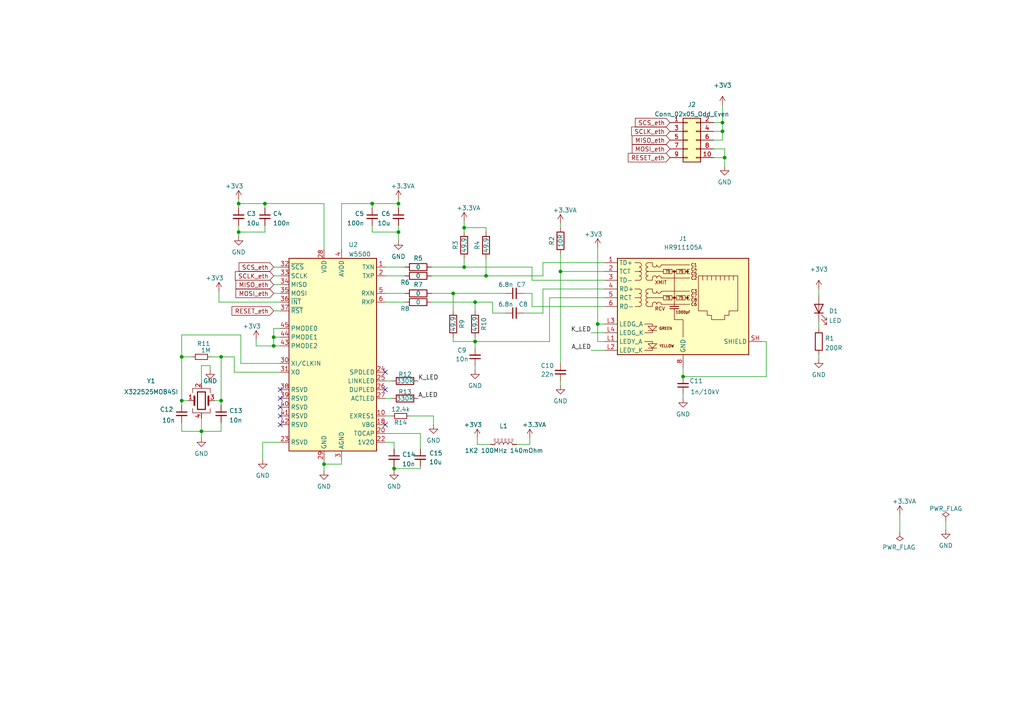
<source format=kicad_sch>
(kicad_sch (version 20211123) (generator eeschema)
  (paper "A4")
  (lib_symbols
    (symbol "Connector:RJ45_Bel_SI-60062-F"
      (property "Reference" "J" (at 19.05 15.24 0))
      (property "Value" "RJ45_Bel_SI-60062-F" (at -19.05 15.24 0))
      (symbol "RJ45_Bel_SI-60062-F_0_0"
        (circle (center -2.54 2.54) (radius 0.254) (stroke (width 0.254)) (fill (type outline)))
        (circle (center -2.54 10.16) (radius 0.254) (stroke (width 0.254)) (fill (type outline)))
        (polyline (pts (xy -7.62 -12.065) (xy -10.16 -12.065)))
        (polyline (pts (xy -7.62 -6.985) (xy -10.16 -6.985)))
        (polyline (pts (xy -2.54 10.16) (xy -2.54 0)))
        (polyline (pts (xy -1.27 -0.635) (xy -3.81 -0.635)) (stroke (width 0.254)))
        (polyline (pts (xy -1.27 0) (xy -3.81 0)) (stroke (width 0.254)))
        (polyline (pts (xy 1.27 2.54) (xy 0.635 2.54)))
        (polyline (pts (xy 1.27 10.16) (xy 0.635 10.16)))
        (polyline (pts (xy -11.176 -12.7) (xy -8.89 -12.7) (xy -8.89 -12.065)))
        (polyline (pts (xy -11.176 -10.16) (xy -8.89 -10.16) (xy -8.89 -10.795)))
        (polyline (pts (xy -11.176 -5.08) (xy -8.89 -5.08) (xy -8.89 -5.715)))
        (polyline (pts (xy -8.89 -6.985) (xy -8.89 -7.62) (xy -11.176 -7.62)))
        (polyline (pts (xy -10.16 -5.715) (xy -7.62 -5.715) (xy -8.89 -6.985) (xy -10.16 -5.715)))
        (polyline (pts (xy -7.62 -10.795) (xy -10.16 -10.795) (xy -8.89 -12.065) (xy -7.62 -10.795)))
        (polyline (pts (xy -2.54 -0.635) (xy -2.54 -3.81) (xy 0 -3.81) (xy 0 -8.89)))
        (polyline (pts (xy 1.905 3.175) (xy 1.27 3.175) (xy 1.27 1.905) (xy 1.905 1.905)))
        (polyline (pts (xy 1.905 10.795) (xy 1.27 10.795) (xy 1.27 9.525) (xy 1.905 9.525)))
        (circle (center 1.27 2.54) (radius 0.254) (stroke (width 0.254)) (fill (type outline)))
        (circle (center 1.27 10.16) (radius 0.254) (stroke (width 0.254)) (fill (type outline)))
        (text "1000pF" (at 0 -1.651 0) (effects (font (size 0.762 0.762))))
        (text "75" (at -4.445 2.54 0) (effects (font (size 0.762 0.762))))
        (text "75" (at -4.445 10.16 0) (effects (font (size 0.762 0.762))))
        (text "75" (at -0.635 2.54 0) (effects (font (size 0.762 0.762))))
        (text "75" (at -0.635 10.16 0) (effects (font (size 0.762 0.762))))
        (text "C1" (at 3.175 12.065 0) (effects (font (size 0.889 0.889))))
        (text "C2" (at 3.175 8.255 0) (effects (font (size 0.889 0.889))))
        (text "C3" (at 3.175 4.445 0) (effects (font (size 0.889 0.889))))
        (text "C4" (at 3.175 10.795 0) (effects (font (size 0.889 0.889))))
        (text "C5" (at 3.175 9.525 0) (effects (font (size 0.889 0.889))))
        (text "C6" (at 3.175 0.635 0) (effects (font (size 0.889 0.889))))
        (text "C7" (at 3.175 3.175 0) (effects (font (size 0.889 0.889))))
        (text "C8" (at 3.175 1.905 0) (effects (font (size 0.889 0.889))))
        (text "GREEN" (at -6.985 -6.35 0) (effects (font (size 0.762 0.762)) (justify left)))
        (text "RCV" (at -8.255 -0.635 0) (effects (font (size 1.016 1.016)) (justify left)))
        (text "XMIT" (at -8.255 6.985 0) (effects (font (size 1.016 1.016)) (justify left)))
        (text "YELLOW" (at -6.985 -11.43 0) (effects (font (size 0.762 0.762)) (justify left)))
      )
      (symbol "RJ45_Bel_SI-60062-F_0_1"
        (rectangle (start -19.05 -13.97) (end 19.05 13.97) (stroke (width 0.254)) (fill (type background)))
        (arc (start -12.7 0) (mid -12.065 0.635) (end -12.7 1.27))
        (arc (start -12.7 1.27) (mid -12.065 1.905) (end -12.7 2.54))
        (arc (start -12.7 2.54) (mid -12.065 3.175) (end -12.7 3.81))
        (arc (start -12.7 3.81) (mid -12.065 4.445) (end -12.7 5.08))
        (arc (start -12.7 7.62) (mid -12.065 8.255) (end -12.7 8.89))
        (arc (start -12.7 8.89) (mid -12.065 9.525) (end -12.7 10.16))
        (arc (start -12.7 10.16) (mid -12.065 10.795) (end -12.7 11.43))
        (arc (start -12.7 11.43) (mid -12.065 12.065) (end -12.7 12.7))
        (arc (start -10.16 1.27) (mid -10.795 0.635) (end -10.16 0))
        (arc (start -10.16 2.54) (mid -10.795 1.905) (end -10.16 1.27))
        (arc (start -10.16 3.81) (mid -10.795 3.175) (end -10.16 2.54))
        (arc (start -10.16 5.08) (mid -10.795 4.445) (end -10.16 3.81))
        (arc (start -10.16 8.89) (mid -10.795 8.255) (end -10.16 7.62))
        (arc (start -10.16 10.16) (mid -10.795 9.525) (end -10.16 8.89))
        (arc (start -10.16 11.43) (mid -10.795 10.795) (end -10.16 10.16))
        (arc (start -10.16 12.7) (mid -10.795 12.065) (end -10.16 11.43))
        (arc (start -8.89 4.445) (mid -8.255 3.81) (end -7.62 4.445))
        (arc (start -8.89 12.065) (mid -8.255 11.43) (end -7.62 12.065))
        (arc (start -7.62 0.635) (mid -8.255 1.27) (end -8.89 0.635))
        (arc (start -7.62 4.445) (mid -6.985 3.81) (end -6.35 4.445))
        (arc (start -7.62 8.255) (mid -8.255 8.89) (end -8.89 8.255))
        (arc (start -7.62 12.065) (mid -6.985 11.43) (end -6.35 12.065))
        (arc (start -6.35 0.635) (mid -6.985 1.27) (end -7.62 0.635))
        (arc (start -6.35 8.255) (mid -6.985 8.89) (end -7.62 8.255))
        (rectangle (start -5.715 3.175) (end -3.175 1.905))
        (rectangle (start -5.715 10.795) (end -3.175 9.525))
        (rectangle (start -1.905 3.175) (end 0.635 1.905))
        (rectangle (start -1.905 10.795) (end 0.635 9.525))
        (polyline (pts (xy -12.7 0) (xy -13.97 0)))
        (polyline (pts (xy -12.7 2.54) (xy -13.97 2.54)))
        (polyline (pts (xy -12.7 5.08) (xy -13.97 5.08)))
        (polyline (pts (xy -12.7 7.62) (xy -13.97 7.62)))
        (polyline (pts (xy -12.7 10.16) (xy -13.97 10.16)))
        (polyline (pts (xy -12.7 12.7) (xy -13.97 12.7)))
        (polyline (pts (xy -6.35 0.635) (xy 1.905 0.635)))
        (polyline (pts (xy -6.35 4.445) (xy 1.905 4.445)))
        (polyline (pts (xy -6.35 8.255) (xy 1.905 8.255)))
        (polyline (pts (xy -6.35 12.065) (xy 1.905 12.065)))
        (polyline (pts (xy -5.715 2.54) (xy -10.16 2.54)))
        (polyline (pts (xy -5.715 10.16) (xy -10.16 10.16)))
        (polyline (pts (xy -3.175 2.54) (xy -1.905 2.54)))
        (polyline (pts (xy -3.175 10.16) (xy -1.905 10.16)))
        (polyline (pts (xy 5.715 7.62) (xy 5.715 8.89)))
        (polyline (pts (xy 6.985 8.89) (xy 6.985 7.62)))
        (polyline (pts (xy 8.255 8.89) (xy 8.255 7.62)))
        (polyline (pts (xy 9.525 8.89) (xy 9.525 7.62)))
        (polyline (pts (xy 10.795 8.89) (xy 10.795 7.62)))
        (polyline (pts (xy 12.065 8.89) (xy 12.065 7.62)))
        (polyline (pts (xy 13.335 7.62) (xy 13.335 8.89)))
        (polyline (pts (xy 14.605 7.62) (xy 14.605 8.89)))
        (polyline (pts (xy -10.16 5.08) (xy -8.89 5.08) (xy -8.89 4.445)))
        (polyline (pts (xy -10.16 12.7) (xy -8.89 12.7) (xy -8.89 12.065)))
        (polyline (pts (xy -8.89 0.635) (xy -8.89 0) (xy -10.16 0)))
        (polyline (pts (xy -8.89 8.255) (xy -8.89 7.62) (xy -10.16 7.62)))
        (polyline (pts (xy 4.445 8.89) (xy 15.875 8.89) (xy 15.875 -1.27) (xy 13.335 -1.27) (xy 13.335 -2.54) (xy 12.065 -2.54) (xy 12.065 -3.81) (xy 8.255 -3.81) (xy 8.255 -2.54) (xy 6.985 -2.54) (xy 6.985 -1.27) (xy 4.445 -1.27) (xy 4.445 8.89)))
      )
      (symbol "RJ45_Bel_SI-60062-F_1_1"
        (pin passive line (at -22.86 12.7 0) (length 3.81) (name "TD+") (number "1"))
        (pin passive line (at -22.86 10.16 0) (length 3.81) (name "TCT") (number "2"))
        (pin passive line (at -22.86 7.62 0) (length 3.81) (name "TD-") (number "3"))
        (pin passive line (at -22.86 5.08 0) (length 3.81) (name "RD+") (number "4"))
        (pin passive line (at -22.86 2.54 0) (length 3.81) (name "RCT") (number "5"))
        (pin passive line (at -22.86 0 0) (length 3.81) (name "RD-") (number "6"))
        (pin no_connect line (at 5.08 -5.08 0) (length 0) hide (name "NC") (number "7"))
        (pin power_in line (at 0 -17.78 90) (length 3.81) (name "GND") (number "8"))
        (pin passive line (at -22.86 -10.16 0) (length 3.81) (name "LEDY_A") (number "L1"))
        (pin passive line (at -22.86 -12.7 0) (length 3.81) (name "LEDY_K") (number "L2"))
        (pin passive line (at -22.86 -5.08 0) (length 3.81) (name "LEDG_A") (number "L3"))
        (pin passive line (at -22.86 -7.62 0) (length 3.81) (name "LEDG_K") (number "L4"))
        (pin passive line (at 22.86 -10.16 180) (length 3.81) (name "SHIELD") (number "SH"))
      )
    )
    (symbol "Connector_Generic:Conn_02x05_Odd_Even" (pin_names (offset 1.016) hide)
      (property "Reference" "J" (at 1.27 7.62 0))
      (property "Value" "Conn_02x05_Odd_Even" (at 1.27 -7.62 0))
      (symbol "Conn_02x05_Odd_Even_1_1"
        (rectangle (start -1.27 -4.953) (end 0 -5.207) (stroke (width 0.1524)))
        (rectangle (start -1.27 -2.413) (end 0 -2.667) (stroke (width 0.1524)))
        (rectangle (start -1.27 0.127) (end 0 -0.127) (stroke (width 0.1524)))
        (rectangle (start -1.27 2.667) (end 0 2.413) (stroke (width 0.1524)))
        (rectangle (start -1.27 5.207) (end 0 4.953) (stroke (width 0.1524)))
        (rectangle (start -1.27 6.35) (end 3.81 -6.35) (stroke (width 0.254)) (fill (type background)))
        (rectangle (start 3.81 -4.953) (end 2.54 -5.207) (stroke (width 0.1524)))
        (rectangle (start 3.81 -2.413) (end 2.54 -2.667) (stroke (width 0.1524)))
        (rectangle (start 3.81 0.127) (end 2.54 -0.127) (stroke (width 0.1524)))
        (rectangle (start 3.81 2.667) (end 2.54 2.413) (stroke (width 0.1524)))
        (rectangle (start 3.81 5.207) (end 2.54 4.953) (stroke (width 0.1524)))
        (pin passive line (at -5.08 5.08 0) (length 3.81) (name "Pin_1") (number "1"))
        (pin passive line (at 7.62 -5.08 180) (length 3.81) (name "Pin_10") (number "10"))
        (pin passive line (at 7.62 5.08 180) (length 3.81) (name "Pin_2") (number "2"))
        (pin passive line (at -5.08 2.54 0) (length 3.81) (name "Pin_3") (number "3"))
        (pin passive line (at 7.62 2.54 180) (length 3.81) (name "Pin_4") (number "4"))
        (pin passive line (at -5.08 0 0) (length 3.81) (name "Pin_5") (number "5"))
        (pin passive line (at 7.62 0 180) (length 3.81) (name "Pin_6") (number "6"))
        (pin passive line (at -5.08 -2.54 0) (length 3.81) (name "Pin_7") (number "7"))
        (pin passive line (at 7.62 -2.54 180) (length 3.81) (name "Pin_8") (number "8"))
        (pin passive line (at -5.08 -5.08 0) (length 3.81) (name "Pin_9") (number "9"))
      )
    )
    (symbol "Device:C_Small" (pin_numbers hide) (pin_names (offset 0.254) hide)
      (property "Reference" "C" (at 0.254 1.778 0))
      (property "Value" "C_Small" (at 0.254 -2.032 0))
      (symbol "C_Small_0_1"
        (polyline (pts (xy -1.524 -0.508) (xy 1.524 -0.508)) (stroke (width 0.3302)))
        (polyline (pts (xy -1.524 0.508) (xy 1.524 0.508)) (stroke (width 0.3048)))
      )
      (symbol "C_Small_1_1"
        (pin passive line (at 0 2.54 270) (length 2.032) (name "~") (number "1"))
        (pin passive line (at 0 -2.54 90) (length 2.032) (name "~") (number "2"))
      )
    )
    (symbol "Device:Crystal_GND24" (pin_names (offset 1.016) hide)
      (property "Reference" "Y" (at 3.175 5.08 0))
      (property "Value" "Crystal_GND24" (at 3.175 3.175 0))
      (symbol "Crystal_GND24_0_1"
        (rectangle (start -1.143 2.54) (end 1.143 -2.54) (stroke (width 0.3048)))
        (polyline (pts (xy -2.54 0) (xy -2.032 0)))
        (polyline (pts (xy -2.032 -1.27) (xy -2.032 1.27)) (stroke (width 0.508)))
        (polyline (pts (xy 0 -3.81) (xy 0 -3.556)))
        (polyline (pts (xy 0 3.556) (xy 0 3.81)))
        (polyline (pts (xy 2.032 -1.27) (xy 2.032 1.27)) (stroke (width 0.508)))
        (polyline (pts (xy 2.032 0) (xy 2.54 0)))
        (polyline (pts (xy -2.54 -2.286) (xy -2.54 -3.556) (xy 2.54 -3.556) (xy 2.54 -2.286)))
        (polyline (pts (xy -2.54 2.286) (xy -2.54 3.556) (xy 2.54 3.556) (xy 2.54 2.286)))
      )
      (symbol "Crystal_GND24_1_1"
        (pin passive line (at -3.81 0 0) (length 1.27) (name "1") (number "1"))
        (pin passive line (at 0 5.08 270) (length 1.27) (name "2") (number "2"))
        (pin passive line (at 3.81 0 180) (length 1.27) (name "3") (number "3"))
        (pin passive line (at 0 -5.08 90) (length 1.27) (name "4") (number "4"))
      )
    )
    (symbol "Device:LED" (pin_numbers hide) (pin_names (offset 1.016) hide)
      (property "Reference" "D" (at 0 2.54 0))
      (property "Value" "LED" (at 0 -2.54 0))
      (symbol "LED_0_1"
        (polyline (pts (xy -1.27 -1.27) (xy -1.27 1.27)) (stroke (width 0.254)))
        (polyline (pts (xy -1.27 0) (xy 1.27 0)))
        (polyline (pts (xy 1.27 -1.27) (xy 1.27 1.27) (xy -1.27 0) (xy 1.27 -1.27)) (stroke (width 0.254)))
        (polyline (pts (xy -3.048 -0.762) (xy -4.572 -2.286) (xy -3.81 -2.286) (xy -4.572 -2.286) (xy -4.572 -1.524)))
        (polyline (pts (xy -1.778 -0.762) (xy -3.302 -2.286) (xy -2.54 -2.286) (xy -3.302 -2.286) (xy -3.302 -1.524)))
      )
      (symbol "LED_1_1"
        (pin passive line (at -3.81 0 0) (length 2.54) (name "K") (number "1"))
        (pin passive line (at 3.81 0 180) (length 2.54) (name "A") (number "2"))
      )
    )
    (symbol "Device:L_Ferrite" (pin_numbers hide) (pin_names (offset 1.016) hide)
      (property "Reference" "L" (at -1.27 0 90))
      (property "Value" "L_Ferrite" (at 2.794 0 90))
      (symbol "L_Ferrite_0_1"
        (arc (start 0 -2.54) (mid 0.635 -1.905) (end 0 -1.27))
        (arc (start 0 -1.27) (mid 0.635 -0.635) (end 0 0))
        (polyline (pts (xy 1.016 -2.794) (xy 1.016 -2.286)))
        (polyline (pts (xy 1.016 -1.778) (xy 1.016 -1.27)))
        (polyline (pts (xy 1.016 -0.762) (xy 1.016 -0.254)))
        (polyline (pts (xy 1.016 0.254) (xy 1.016 0.762)))
        (polyline (pts (xy 1.016 1.27) (xy 1.016 1.778)))
        (polyline (pts (xy 1.016 2.286) (xy 1.016 2.794)))
        (polyline (pts (xy 1.524 -2.286) (xy 1.524 -2.794)))
        (polyline (pts (xy 1.524 -1.27) (xy 1.524 -1.778)))
        (polyline (pts (xy 1.524 -0.254) (xy 1.524 -0.762)))
        (polyline (pts (xy 1.524 0.762) (xy 1.524 0.254)))
        (polyline (pts (xy 1.524 1.778) (xy 1.524 1.27)))
        (polyline (pts (xy 1.524 2.794) (xy 1.524 2.286)))
        (arc (start 0 0) (mid 0.635 0.635) (end 0 1.27))
        (arc (start 0 1.27) (mid 0.635 1.905) (end 0 2.54))
      )
      (symbol "L_Ferrite_1_1"
        (pin passive line (at 0 3.81 270) (length 1.27) (name "1") (number "1"))
        (pin passive line (at 0 -3.81 90) (length 1.27) (name "2") (number "2"))
      )
    )
    (symbol "Device:R" (pin_numbers hide) (pin_names (offset 0))
      (property "Reference" "R" (at 2.032 0 90))
      (property "Value" "R" (at 0 0 90))
      (symbol "R_0_1"
        (rectangle (start -1.016 -2.54) (end 1.016 2.54) (stroke (width 0.254)))
      )
      (symbol "R_1_1"
        (pin passive line (at 0 3.81 270) (length 1.27) (name "~") (number "1"))
        (pin passive line (at 0 -3.81 90) (length 1.27) (name "~") (number "2"))
      )
    )
    (symbol "Device:R_Small" (pin_numbers hide) (pin_names (offset 0.254) hide)
      (property "Reference" "R" (at 0.762 0.508 0))
      (property "Value" "R_Small" (at 0.762 -1.016 0))
      (symbol "R_Small_0_1"
        (rectangle (start -0.762 1.778) (end 0.762 -1.778) (stroke (width 0.2032)))
      )
      (symbol "R_Small_1_1"
        (pin passive line (at 0 2.54 270) (length 0.762) (name "~") (number "1"))
        (pin passive line (at 0 -2.54 90) (length 0.762) (name "~") (number "2"))
      )
    )
    (symbol "Interface_Ethernet:W5500"
      (property "Reference" "U" (at -11.43 29.21 0))
      (property "Value" "W5500" (at 8.89 29.21 0))
      (symbol "W5500_0_1"
        (rectangle (start -12.7 27.94) (end 12.7 -27.94) (stroke (width 0.254)) (fill (type background)))
      )
      (symbol "W5500_1_1"
        (pin output line (at 15.24 25.4 180) (length 2.54) (name "TXN") (number "1"))
        (pin passive line (at 15.24 -17.78 180) (length 2.54) (name "EXRES1") (number "10"))
        (pin passive line (at 2.54 30.48 270) (length 2.54) hide (name "AVDD") (number "11"))
        (pin no_connect line (at 12.7 7.62 180) (length 2.54) hide (name "NC") (number "12"))
        (pin no_connect line (at 12.7 5.08 180) (length 2.54) hide (name "NC") (number "13"))
        (pin passive line (at 2.54 -30.48 90) (length 2.54) hide (name "AGND") (number "14"))
        (pin passive line (at 2.54 30.48 270) (length 2.54) hide (name "AVDD") (number "15"))
        (pin passive line (at 2.54 -30.48 90) (length 2.54) hide (name "AGND") (number "16"))
        (pin passive line (at 2.54 30.48 270) (length 2.54) hide (name "AVDD") (number "17"))
        (pin passive line (at 15.24 -20.32 180) (length 2.54) (name "VBG") (number "18"))
        (pin passive line (at 2.54 -30.48 90) (length 2.54) hide (name "AGND") (number "19"))
        (pin output line (at 15.24 22.86 180) (length 2.54) (name "TXP") (number "2"))
        (pin passive line (at 15.24 -22.86 180) (length 2.54) (name "TOCAP") (number "20"))
        (pin passive line (at 2.54 30.48 270) (length 2.54) hide (name "AVDD") (number "21"))
        (pin output line (at 15.24 -25.4 180) (length 2.54) (name "1V2O") (number "22"))
        (pin input line (at -15.24 -25.4 0) (length 2.54) (name "RSVD") (number "23"))
        (pin output line (at 15.24 -5.08 180) (length 2.54) (name "SPDLED") (number "24"))
        (pin output line (at 15.24 -7.62 180) (length 2.54) (name "LINKLED") (number "25"))
        (pin output line (at 15.24 -10.16 180) (length 2.54) (name "DUPLED") (number "26"))
        (pin output line (at 15.24 -12.7 180) (length 2.54) (name "ACTLED") (number "27"))
        (pin power_in line (at -2.54 30.48 270) (length 2.54) (name "VDD") (number "28"))
        (pin power_in line (at -2.54 -30.48 90) (length 2.54) (name "GND") (number "29"))
        (pin power_in line (at 2.54 -30.48 90) (length 2.54) (name "AGND") (number "3"))
        (pin input line (at -15.24 -2.54 0) (length 2.54) (name "XI/CLKIN") (number "30"))
        (pin output line (at -15.24 -5.08 0) (length 2.54) (name "XO") (number "31"))
        (pin input line (at -15.24 25.4 0) (length 2.54) (name "~{SCS}") (number "32"))
        (pin input line (at -15.24 22.86 0) (length 2.54) (name "SCLK") (number "33"))
        (pin output line (at -15.24 20.32 0) (length 2.54) (name "MISO") (number "34"))
        (pin input line (at -15.24 17.78 0) (length 2.54) (name "MOSI") (number "35"))
        (pin input line (at -15.24 15.24 0) (length 2.54) (name "~{INT}") (number "36"))
        (pin input line (at -15.24 12.7 0) (length 2.54) (name "~{RST}") (number "37"))
        (pin input line (at -15.24 -10.16 0) (length 2.54) (name "RSVD") (number "38"))
        (pin input line (at -15.24 -12.7 0) (length 2.54) (name "RSVD") (number "39"))
        (pin power_in line (at 2.54 30.48 270) (length 2.54) (name "AVDD") (number "4"))
        (pin input line (at -15.24 -15.24 0) (length 2.54) (name "RSVD") (number "40"))
        (pin input line (at -15.24 -17.78 0) (length 2.54) (name "RSVD") (number "41"))
        (pin input line (at -15.24 -20.32 0) (length 2.54) (name "RSVD") (number "42"))
        (pin input line (at -15.24 2.54 0) (length 2.54) (name "PMODE2") (number "43"))
        (pin input line (at -15.24 5.08 0) (length 2.54) (name "PMODE1") (number "44"))
        (pin input line (at -15.24 7.62 0) (length 2.54) (name "PMODE0") (number "45"))
        (pin no_connect line (at 12.7 2.54 180) (length 2.54) hide (name "NC") (number "46"))
        (pin no_connect line (at 12.7 0 180) (length 2.54) hide (name "NC") (number "47"))
        (pin passive line (at 2.54 -30.48 90) (length 2.54) hide (name "AGND") (number "48"))
        (pin input line (at 15.24 17.78 180) (length 2.54) (name "RXN") (number "5"))
        (pin input line (at 15.24 15.24 180) (length 2.54) (name "RXP") (number "6"))
        (pin no_connect line (at 12.7 10.16 180) (length 2.54) hide (name "DNC") (number "7"))
        (pin passive line (at 2.54 30.48 270) (length 2.54) hide (name "AVDD") (number "8"))
        (pin passive line (at 2.54 -30.48 90) (length 2.54) hide (name "AGND") (number "9"))
      )
    )
    (symbol "power:+3.3V" (power) (pin_names (offset 0))
      (property "Value" "+3.3V" (at 0 3.556 0))
      (symbol "+3.3V_0_1"
        (polyline (pts (xy -0.762 1.27) (xy 0 2.54)))
        (polyline (pts (xy 0 0) (xy 0 2.54)))
        (polyline (pts (xy 0 2.54) (xy 0.762 1.27)))
      )
      (symbol "+3.3V_1_1"
        (pin power_in line (at 0 0 90) (length 0) hide (name "+3V3") (number "1"))
      )
    )
    (symbol "power:+3.3VA" (power) (pin_names (offset 0))
      (property "Value" "+3.3VA" (at 0 3.556 0))
      (symbol "+3.3VA_0_1"
        (polyline (pts (xy -0.762 1.27) (xy 0 2.54)))
        (polyline (pts (xy 0 0) (xy 0 2.54)))
        (polyline (pts (xy 0 2.54) (xy 0.762 1.27)))
      )
      (symbol "+3.3VA_1_1"
        (pin power_in line (at 0 0 90) (length 0) hide (name "+3.3VA") (number "1"))
      )
    )
    (symbol "power:+3V3" (power) (pin_names (offset 0))
      (property "Value" "+3V3" (at 0 3.556 0))
      (symbol "+3V3_0_1"
        (polyline (pts (xy -0.762 1.27) (xy 0 2.54)))
        (polyline (pts (xy 0 0) (xy 0 2.54)))
        (polyline (pts (xy 0 2.54) (xy 0.762 1.27)))
      )
      (symbol "+3V3_1_1"
        (pin power_in line (at 0 0 90) (length 0) hide (name "+3V3") (number "1"))
      )
    )
    (symbol "power:GND" (power) (pin_names (offset 0))
      (property "Value" "GND" (at 0 -3.81 0))
      (symbol "GND_0_1"
        (polyline (pts (xy 0 0) (xy 0 -1.27) (xy 1.27 -1.27) (xy 0 -2.54) (xy -1.27 -1.27) (xy 0 -1.27)))
      )
      (symbol "GND_1_1"
        (pin power_in line (at 0 0 270) (length 0) hide (name "GND") (number "1"))
      )
    )
    (symbol "power:PWR_FLAG" (power) (pin_numbers hide) (pin_names (offset 0) hide)
      (property "Value" "PWR_FLAG" (at 0 3.81 0))
      (symbol "PWR_FLAG_0_0"
        (pin power_out line (at 0 0 90) (length 0) (name "pwr") (number "1"))
      )
      (symbol "PWR_FLAG_0_1"
        (polyline (pts (xy 0 0) (xy 0 1.27) (xy -1.016 1.905) (xy 0 2.54) (xy 1.016 1.905) (xy 0 1.27)))
      )
    )
  )
  (junction (at 173.355 93.98))
  (junction (at 69.215 67.31))
  (junction (at 64.135 116.205))
  (junction (at 209.55 38.1))
  (junction (at 198.12 109.22))
  (junction (at 93.98 134.62))
  (junction (at 58.42 125.095))
  (junction (at 114.3 135.89))
  (junction (at 115.57 67.31))
  (junction (at 137.795 99.06))
  (junction (at 137.795 87.63))
  (junction (at 140.97 80.01))
  (junction (at 69.215 59.055))
  (junction (at 134.62 77.47))
  (junction (at 134.62 66.04))
  (junction (at 115.57 59.055))
  (junction (at 210.185 45.72))
  (junction (at 107.95 59.055))
  (junction (at 79.375 100.33))
  (junction (at 64.135 103.505))
  (junction (at 52.705 116.205))
  (junction (at 52.705 103.505))
  (junction (at 79.375 97.79))
  (junction (at 76.835 59.055))
  (junction (at 209.55 35.56))
  (junction (at 131.445 85.09))
  (junction (at 162.56 78.74))
  (no_connect (at 111.76 107.95))
  (no_connect (at 111.76 113.03))
  (no_connect (at 111.76 123.19))
  (no_connect (at 81.28 113.03))
  (no_connect (at 81.28 115.57))
  (no_connect (at 81.28 123.19))
  (no_connect (at 81.28 120.65))
  (no_connect (at 81.28 118.11))
  (wire (pts (xy 237.49 102.87) (xy 237.49 104.14)))
  (wire (pts (xy 60.96 103.505) (xy 64.135 103.505)))
  (wire (pts (xy 52.705 103.505) (xy 55.88 103.505)))
  (wire (pts (xy 52.705 97.155) (xy 69.85 97.155)))
  (wire (pts (xy 76.2 128.27) (xy 76.2 133.35)))
  (wire (pts (xy 162.56 78.74) (xy 162.56 105.41)))
  (wire (pts (xy 79.375 82.55) (xy 81.28 82.55)))
  (wire (pts (xy 159.385 86.36) (xy 159.385 99.06)))
  (wire (pts (xy 142.875 90.805) (xy 142.875 87.63)))
  (wire (pts (xy 209.55 30.48) (xy 209.55 35.56)))
  (wire (pts (xy 69.215 60.325) (xy 69.215 59.055)))
  (wire (pts (xy 99.06 59.055) (xy 107.95 59.055)))
  (wire (pts (xy 121.92 135.255) (xy 121.92 135.89)))
  (wire (pts (xy 137.795 100.965) (xy 137.795 99.06)))
  (wire (pts (xy 138.43 127) (xy 138.43 128.905)))
  (wire (pts (xy 131.445 90.17) (xy 131.445 85.09)))
  (wire (pts (xy 79.375 77.47) (xy 81.28 77.47)))
  (wire (pts (xy 111.76 80.01) (xy 117.475 80.01)))
  (wire (pts (xy 115.57 60.325) (xy 115.57 59.055)))
  (wire (pts (xy 79.375 90.17) (xy 81.28 90.17)))
  (wire (pts (xy 114.3 135.89) (xy 114.3 136.525)))
  (wire (pts (xy 111.76 77.47) (xy 117.475 77.47)))
  (wire (pts (xy 69.215 67.31) (xy 76.835 67.31)))
  (wire (pts (xy 111.76 87.63) (xy 117.475 87.63)))
  (wire (pts (xy 69.215 67.31) (xy 69.215 68.58)))
  (wire (pts (xy 207.01 35.56) (xy 209.55 35.56)))
  (wire (pts (xy 115.57 59.055) (xy 107.95 59.055)))
  (wire (pts (xy 121.92 135.89) (xy 114.3 135.89)))
  (wire (pts (xy 121.92 130.175) (xy 121.92 125.73)))
  (wire (pts (xy 131.445 99.06) (xy 131.445 97.79)))
  (wire (pts (xy 138.43 128.905) (xy 142.24 128.905)))
  (wire (pts (xy 137.795 99.06) (xy 137.795 97.79)))
  (wire (pts (xy 69.215 57.785) (xy 69.215 59.055)))
  (wire (pts (xy 154.305 88.9) (xy 175.26 88.9)))
  (wire (pts (xy 137.795 90.17) (xy 137.795 87.63)))
  (wire (pts (xy 81.28 95.25) (xy 79.375 95.25)))
  (wire (pts (xy 173.355 71.755) (xy 173.355 93.98)))
  (wire (pts (xy 114.3 135.255) (xy 114.3 135.89)))
  (wire (pts (xy 125.73 123.19) (xy 125.73 120.65)))
  (wire (pts (xy 157.48 83.82) (xy 157.48 90.805)))
  (wire (pts (xy 63.5 84.455) (xy 63.5 87.63)))
  (wire (pts (xy 81.28 105.41) (xy 69.85 105.41)))
  (wire (pts (xy 111.76 85.09) (xy 117.475 85.09)))
  (wire (pts (xy 99.06 59.055) (xy 99.06 72.39)))
  (wire (pts (xy 210.185 43.18) (xy 207.01 43.18)))
  (wire (pts (xy 237.49 83.82) (xy 237.49 85.725)))
  (wire (pts (xy 131.445 85.09) (xy 146.685 85.09)))
  (wire (pts (xy 157.48 80.01) (xy 157.48 76.2)))
  (wire (pts (xy 157.48 83.82) (xy 175.26 83.82)))
  (wire (pts (xy 134.62 74.93) (xy 134.62 77.47)))
  (wire (pts (xy 157.48 76.2) (xy 175.26 76.2)))
  (wire (pts (xy 76.835 59.055) (xy 93.98 59.055)))
  (wire (pts (xy 69.215 65.405) (xy 69.215 67.31)))
  (wire (pts (xy 69.85 105.41) (xy 69.85 97.155)))
  (wire (pts (xy 153.67 128.905) (xy 149.86 128.905)))
  (wire (pts (xy 58.42 106.045) (xy 58.42 111.125)))
  (wire (pts (xy 107.95 59.055) (xy 107.95 60.325)))
  (wire (pts (xy 210.185 48.26) (xy 210.185 45.72)))
  (wire (pts (xy 111.76 115.57) (xy 113.665 115.57)))
  (wire (pts (xy 209.55 35.56) (xy 209.55 38.1)))
  (wire (pts (xy 69.215 59.055) (xy 76.835 59.055)))
  (wire (pts (xy 52.705 116.205) (xy 54.61 116.205)))
  (wire (pts (xy 58.42 125.095) (xy 52.705 125.095)))
  (wire (pts (xy 125.095 80.01) (xy 140.97 80.01)))
  (wire (pts (xy 79.375 80.01) (xy 81.28 80.01)))
  (wire (pts (xy 115.57 67.31) (xy 115.57 69.85)))
  (wire (pts (xy 151.765 90.805) (xy 157.48 90.805)))
  (wire (pts (xy 79.375 97.79) (xy 81.28 97.79)))
  (wire (pts (xy 76.2 128.27) (xy 81.28 128.27)))
  (wire (pts (xy 198.12 114.3) (xy 198.12 115.57)))
  (wire (pts (xy 99.06 133.35) (xy 99.06 134.62)))
  (wire (pts (xy 140.97 74.93) (xy 140.97 80.01)))
  (wire (pts (xy 115.57 65.405) (xy 115.57 67.31)))
  (wire (pts (xy 63.5 87.63) (xy 81.28 87.63)))
  (wire (pts (xy 76.835 65.405) (xy 76.835 67.31)))
  (wire (pts (xy 173.355 99.06) (xy 175.26 99.06)))
  (wire (pts (xy 154.305 77.47) (xy 154.305 81.28)))
  (wire (pts (xy 79.375 97.79) (xy 79.375 100.33)))
  (wire (pts (xy 153.67 127) (xy 153.67 128.905)))
  (wire (pts (xy 52.705 117.475) (xy 52.705 116.205)))
  (wire (pts (xy 151.765 85.09) (xy 154.305 85.09)))
  (wire (pts (xy 207.01 45.72) (xy 210.185 45.72)))
  (wire (pts (xy 52.705 125.095) (xy 52.705 122.555)))
  (wire (pts (xy 222.25 99.06) (xy 220.98 99.06)))
  (wire (pts (xy 58.42 125.095) (xy 58.42 127)))
  (wire (pts (xy 134.62 77.47) (xy 154.305 77.47)))
  (wire (pts (xy 159.385 99.06) (xy 137.795 99.06)))
  (wire (pts (xy 64.135 116.205) (xy 64.135 117.475)))
  (wire (pts (xy 140.97 66.04) (xy 140.97 67.31)))
  (wire (pts (xy 125.095 87.63) (xy 137.795 87.63)))
  (wire (pts (xy 67.945 103.505) (xy 67.945 107.95)))
  (wire (pts (xy 137.795 87.63) (xy 142.875 87.63)))
  (wire (pts (xy 121.92 125.73) (xy 111.76 125.73)))
  (wire (pts (xy 52.705 103.505) (xy 52.705 116.205)))
  (wire (pts (xy 79.375 95.25) (xy 79.375 97.79)))
  (wire (pts (xy 134.62 66.04) (xy 140.97 66.04)))
  (wire (pts (xy 146.685 90.805) (xy 142.875 90.805)))
  (wire (pts (xy 64.135 103.505) (xy 67.945 103.505)))
  (wire (pts (xy 260.985 149.225) (xy 260.985 154.305)))
  (wire (pts (xy 60.96 106.045) (xy 58.42 106.045)))
  (wire (pts (xy 209.55 40.64) (xy 207.01 40.64)))
  (wire (pts (xy 140.97 80.01) (xy 157.48 80.01)))
  (wire (pts (xy 210.185 45.72) (xy 210.185 43.18)))
  (wire (pts (xy 134.62 64.135) (xy 134.62 66.04)))
  (wire (pts (xy 162.56 110.49) (xy 162.56 111.76)))
  (wire (pts (xy 125.095 77.47) (xy 134.62 77.47)))
  (wire (pts (xy 173.355 93.98) (xy 173.355 99.06)))
  (wire (pts (xy 162.56 78.74) (xy 162.56 73.66)))
  (wire (pts (xy 111.76 110.49) (xy 113.665 110.49)))
  (wire (pts (xy 60.96 106.045) (xy 60.96 107.315)))
  (wire (pts (xy 207.01 38.1) (xy 209.55 38.1)))
  (wire (pts (xy 93.98 134.62) (xy 93.98 136.525)))
  (wire (pts (xy 222.25 109.22) (xy 222.25 99.06)))
  (wire (pts (xy 64.135 125.095) (xy 58.42 125.095)))
  (wire (pts (xy 115.57 67.31) (xy 107.95 67.31)))
  (wire (pts (xy 114.3 130.175) (xy 114.3 128.27)))
  (wire (pts (xy 99.06 134.62) (xy 93.98 134.62)))
  (wire (pts (xy 154.305 81.28) (xy 175.26 81.28)))
  (wire (pts (xy 274.32 151.13) (xy 274.32 153.67)))
  (wire (pts (xy 93.98 59.055) (xy 93.98 72.39)))
  (wire (pts (xy 137.795 106.045) (xy 137.795 107.315)))
  (wire (pts (xy 125.73 120.65) (xy 118.745 120.65)))
  (wire (pts (xy 237.49 93.345) (xy 237.49 95.25)))
  (wire (pts (xy 171.45 96.52) (xy 175.26 96.52)))
  (wire (pts (xy 137.795 99.06) (xy 131.445 99.06)))
  (wire (pts (xy 79.375 85.09) (xy 81.28 85.09)))
  (wire (pts (xy 64.135 122.555) (xy 64.135 125.095)))
  (wire (pts (xy 159.385 86.36) (xy 175.26 86.36)))
  (wire (pts (xy 198.12 106.68) (xy 198.12 109.22)))
  (wire (pts (xy 58.42 121.285) (xy 58.42 125.095)))
  (wire (pts (xy 115.57 57.785) (xy 115.57 59.055)))
  (wire (pts (xy 79.375 100.33) (xy 81.28 100.33)))
  (wire (pts (xy 111.76 120.65) (xy 113.665 120.65)))
  (wire (pts (xy 107.95 65.405) (xy 107.95 67.31)))
  (wire (pts (xy 162.56 64.77) (xy 162.56 66.04)))
  (wire (pts (xy 74.295 100.33) (xy 79.375 100.33)))
  (wire (pts (xy 154.305 85.09) (xy 154.305 88.9)))
  (wire (pts (xy 74.295 98.425) (xy 74.295 100.33)))
  (wire (pts (xy 67.945 107.95) (xy 81.28 107.95)))
  (wire (pts (xy 173.355 93.98) (xy 175.26 93.98)))
  (wire (pts (xy 209.55 38.1) (xy 209.55 40.64)))
  (wire (pts (xy 162.56 78.74) (xy 175.26 78.74)))
  (wire (pts (xy 64.135 103.505) (xy 64.135 116.205)))
  (wire (pts (xy 52.705 103.505) (xy 52.705 97.155)))
  (wire (pts (xy 171.45 101.6) (xy 175.26 101.6)))
  (wire (pts (xy 62.23 116.205) (xy 64.135 116.205)))
  (wire (pts (xy 125.095 85.09) (xy 131.445 85.09)))
  (wire (pts (xy 114.3 128.27) (xy 111.76 128.27)))
  (wire (pts (xy 93.98 133.35) (xy 93.98 134.62)))
  (wire (pts (xy 134.62 66.04) (xy 134.62 67.31)))
  (wire (pts (xy 76.835 59.055) (xy 76.835 60.325)))
  (wire (pts (xy 198.12 109.22) (xy 222.25 109.22)))
  (label "A_LED" (at 171.45 101.6 180))
  (label "K_LED" (at 171.45 96.52 180))
  (label "K_LED" (at 121.285 110.49 0))
  (label "A_LED" (at 121.285 115.57 0))
  (global_label "RESET_eth" (shape input) (at 79.375 90.17 180) (property "Intersheet References" "${INTERSHEET_REFS}" (effects hide)))
  (global_label "MOSI_eth" (shape input) (at 194.31 43.18 180) (property "Intersheet References" "${INTERSHEET_REFS}" (effects hide)))
  (global_label "MISO_eth" (shape input) (at 79.375 82.55 180) (property "Intersheet References" "${INTERSHEET_REFS}" (effects hide)))
  (global_label "SCLK_eth" (shape input) (at 194.31 38.1 180) (property "Intersheet References" "${INTERSHEET_REFS}" (effects hide)))
  (global_label "SCLK_eth" (shape input) (at 79.375 80.01 180) (property "Intersheet References" "${INTERSHEET_REFS}" (effects hide)))
  (global_label "MOSI_eth" (shape input) (at 79.375 85.09 180) (property "Intersheet References" "${INTERSHEET_REFS}" (effects hide)))
  (global_label "RESET_eth" (shape input) (at 194.31 45.72 180) (property "Intersheet References" "${INTERSHEET_REFS}" (effects hide)))
  (global_label "MISO_eth" (shape input) (at 194.31 40.64 180) (property "Intersheet References" "${INTERSHEET_REFS}" (effects hide)))
  (global_label "SCS_eth" (shape input) (at 79.375 77.47 180) (property "Intersheet References" "${INTERSHEET_REFS}" (effects hide)))
  (global_label "SCS_eth" (shape input) (at 194.31 35.56 180) (property "Intersheet References" "${INTERSHEET_REFS}" (effects hide)))
  (symbol (lib_id "Device:C_Small") (at 115.57 62.865 0) (mirror y) (unit 1)
    (property "Reference" "C6" (at 113.2459 61.9628 0) (effects (justify left)))
    (property "Value" "10u" (at 113.2459 64.7379 0) (effects (justify left)))
    (property "Footprint" "Capacitor_SMD:C_0402_1005Metric" (effects hide))
  )
  (symbol (lib_id "power:+3.3V") (at 69.215 57.785 0) (unit 1)
    (property "Reference" "#PWR04" (effects hide))
    (property "Value" "+3.3V" (at 67.945 53.975 0))
  )
  (symbol (lib_id "power:+3.3VA") (at 115.57 57.785 0) (unit 1)
    (property "Reference" "#PWR05" (effects hide))
    (property "Value" "+3.3VA" (at 116.84 53.975 0))
  )
  (symbol (lib_id "power:+3.3VA") (at 260.985 149.225 0) (unit 1)
    (property "Reference" "#PWR0102" (effects hide))
    (property "Value" "+3.3VA" (at 262.255 145.415 0))
  )
  (symbol (lib_id "power:+3.3VA") (at 162.56 64.77 0) (unit 1)
    (property "Reference" "#PWR07" (effects hide))
    (property "Value" "+3.3VA" (at 163.83 60.96 0))
  )
  (symbol (lib_id "Device:L_Ferrite") (at 146.05 128.905 90) (unit 1)
    (property "Reference" "L1" (at 146.05 123.5415 90))
    (property "Value" "1K2 100MHz 140mOhm" (at 146.177 130.683 90))
    (property "Footprint" "Inductor_SMD:L_0603_1608Metric" (effects hide))
  )
  (symbol (lib_id "Device:R") (at 121.285 77.47 90) (unit 1)
    (property "Reference" "R5" (at 121.285 74.93 90))
    (property "Value" "0" (at 121.285 77.47 90))
    (property "Footprint" "Resistor_SMD:R_0402_1005Metric" (effects hide))
  )
  (symbol (lib_id "power:GND") (at 93.98 136.525 0) (unit 1)
    (property "Reference" "#PWR022" (effects hide))
    (property "Value" "GND" (at 93.98 141.0875 0))
  )
  (symbol (lib_id "power:GND") (at 198.12 115.57 0) (unit 1)
    (property "Reference" "#PWR018" (effects hide))
    (property "Value" "GND" (at 198.12 120.1325 0))
  )
  (symbol (lib_id "Device:LED") (at 237.49 89.535 90) (unit 1)
    (property "Reference" "D1" (at 240.411 90.214 90) (effects (justify right)))
    (property "Value" "LED" (at 240.411 92.9891 90) (effects (justify right)))
    (property "Footprint" "LED_SMD:LED_0805_2012Metric" (effects hide))
  )
  (symbol (lib_id "Device:R") (at 131.445 93.98 0) (unit 1)
    (property "Reference" "R9" (at 133.985 93.98 90))
    (property "Value" "49.9" (at 131.445 93.98 90))
    (property "Footprint" "Resistor_SMD:R_0402_1005Metric" (effects hide))
  )
  (symbol (lib_id "Device:R") (at 162.56 69.85 180) (unit 1)
    (property "Reference" "R2" (at 160.02 69.85 90))
    (property "Value" "10R" (at 162.56 69.85 90))
    (property "Footprint" "Resistor_SMD:R_0402_1005Metric" (effects hide))
  )
  (symbol (lib_id "Device:C_Small") (at 69.215 62.865 0) (unit 1)
    (property "Reference" "C3" (at 71.5391 61.9628 0) (effects (justify left)))
    (property "Value" "10u" (at 71.5391 64.7379 0) (effects (justify left)))
    (property "Footprint" "Capacitor_SMD:C_0402_1005Metric" (effects hide))
  )
  (symbol (lib_id "Device:R") (at 121.285 80.01 90) (unit 1)
    (property "Reference" "R6" (at 117.475 81.915 90))
    (property "Value" "0" (at 121.285 80.01 90))
    (property "Footprint" "Resistor_SMD:R_0402_1005Metric" (effects hide))
  )
  (symbol (lib_id "Device:R") (at 137.795 93.98 0) (unit 1)
    (property "Reference" "R10" (at 140.335 93.98 90))
    (property "Value" "49.9" (at 137.795 93.98 90))
    (property "Footprint" "Resistor_SMD:R_0402_1005Metric" (effects hide))
  )
  (symbol (lib_id "power:GND") (at 237.49 104.14 0) (unit 1)
    (property "Reference" "#PWR010" (effects hide))
    (property "Value" "GND" (at 237.49 108.7025 0))
  )
  (symbol (lib_id "Device:Crystal_GND24") (at 58.42 116.205 0) (unit 1)
    (property "Reference" "Y1" (at 43.815 110.49 0))
    (property "Value" "X322525MOB4SI" (at 43.815 113.665 0))
    (property "Footprint" "Crystal:Crystal_SMD_3225-4Pin_3.2x2.5mm" (effects hide))
  )
  (symbol (lib_id "Device:R") (at 117.475 110.49 90) (unit 1)
    (property "Reference" "R12" (at 117.475 108.585 90))
    (property "Value" "330R" (at 117.475 110.49 90))
    (property "Footprint" "Resistor_SMD:R_0402_1005Metric" (effects hide))
  )
  (symbol (lib_id "Device:R") (at 140.97 71.12 180) (unit 1)
    (property "Reference" "R4" (at 138.43 71.12 90))
    (property "Value" "49.9" (at 140.97 71.12 90))
    (property "Footprint" "Resistor_SMD:R_0402_1005Metric" (effects hide))
  )
  (symbol (lib_id "Device:C_Small") (at 149.225 85.09 90) (mirror x) (unit 1)
    (property "Reference" "C7" (at 151.13 82.55 90))
    (property "Value" "6.8n" (at 146.685 82.55 90))
    (property "Footprint" "Capacitor_SMD:C_0402_1005Metric" (effects hide))
  )
  (symbol (lib_id "power:+3.3VA") (at 134.62 64.135 0) (unit 1)
    (property "Reference" "#PWR06" (effects hide))
    (property "Value" "+3.3VA" (at 135.89 60.325 0))
  )
  (symbol (lib_id "power:GND") (at 60.96 107.315 0) (unit 1)
    (property "Reference" "#PWR015" (effects hide))
    (property "Value" "GND" (at 60.96 110.49 0))
  )
  (symbol (lib_id "power:GND") (at 114.3 136.525 0) (unit 1)
    (property "Reference" "#PWR023" (effects hide))
    (property "Value" "GND" (at 114.3 141.0875 0))
  )
  (symbol (lib_id "Device:C_Small") (at 107.95 62.865 0) (mirror y) (unit 1)
    (property "Reference" "C5" (at 105.6259 61.9628 0) (effects (justify left)))
    (property "Value" "100n" (at 105.6259 64.7379 0) (effects (justify left)))
    (property "Footprint" "Capacitor_SMD:C_0402_1005Metric" (effects hide))
  )
  (symbol (lib_id "Device:C_Small") (at 76.835 62.865 0) (unit 1)
    (property "Reference" "C4" (at 79.1591 61.9628 0) (effects (justify left)))
    (property "Value" "100n" (at 79.1591 64.7379 0) (effects (justify left)))
    (property "Footprint" "Capacitor_SMD:C_0402_1005Metric" (effects hide))
  )
  (symbol (lib_id "Device:C_Small") (at 52.705 120.015 0) (unit 1)
    (property "Reference" "C12" (at 46.355 118.745 0) (effects (justify left)))
    (property "Value" "10n" (at 46.99 121.92 0) (effects (justify left)))
    (property "Footprint" "Capacitor_SMD:C_0402_1005Metric" (effects hide))
  )
  (symbol (lib_id "power:GND") (at 210.185 48.26 0) (unit 1)
    (property "Reference" "#PWR0103" (effects hide))
    (property "Value" "GND" (at 210.185 52.8225 0))
  )
  (symbol (lib_id "Device:C_Small") (at 114.3 132.715 0) (unit 1)
    (property "Reference" "C14" (at 116.6241 131.8128 0) (effects (justify left)))
    (property "Value" "10n" (at 116.6241 134.5879 0) (effects (justify left)))
    (property "Footprint" "Capacitor_SMD:C_0402_1005Metric" (effects hide))
  )
  (symbol (lib_id "power:GND") (at 76.2 133.35 0) (unit 1)
    (property "Reference" "#PWR021" (effects hide))
    (property "Value" "GND" (at 76.2 137.9125 0))
  )
  (symbol (lib_id "power:+3.3VA") (at 153.67 127 0) (unit 1)
    (property "Reference" "#PWR025" (effects hide))
    (property "Value" "+3.3VA" (at 154.94 123.19 0))
  )
  (symbol (lib_id "Connector:RJ45_Bel_SI-60062-F") (at 198.12 88.9 0) (unit 1)
    (property "Reference" "J1" (at 198.12 69.215 0))
    (property "Value" "HR911105A" (at 198.12 71.755 0))
    (property "Footprint" "Connector_RJ:RJ45_Bel_SI-60062-F" (effects hide))
    (property "Datasheet" "https://belfuse.com/resources/drawings/magneticsolutions/dr-mag-si-60062-f.pdf" (effects hide))
  )
  (symbol (lib_id "power:GND") (at 115.57 69.85 0) (unit 1)
    (property "Reference" "#PWR011" (effects hide))
    (property "Value" "GND" (at 115.57 74.4125 0))
  )
  (symbol (lib_id "Device:C_Small") (at 198.12 111.76 0) (mirror x) (unit 1)
    (property "Reference" "C11" (at 201.93 110.49 0))
    (property "Value" "1n/10kV" (at 204.47 113.665 0))
    (property "Footprint" "Capacitor_SMD:C_1206_3216Metric" (effects hide))
  )
  (symbol (lib_id "power:GND") (at 137.795 107.315 0) (unit 1)
    (property "Reference" "#PWR016" (effects hide))
    (property "Value" "GND" (at 137.795 111.8775 0))
  )
  (symbol (lib_id "power:+3V3") (at 209.55 30.48 0) (unit 1)
    (property "Reference" "#PWR0104" (effects hide))
    (property "Value" "+3V3" (at 209.55 24.765 0))
  )
  (symbol (lib_id "Device:R") (at 121.285 87.63 90) (unit 1)
    (property "Reference" "R8" (at 117.475 89.535 90))
    (property "Value" "0" (at 121.285 87.63 90))
    (property "Footprint" "Resistor_SMD:R_0402_1005Metric" (effects hide))
  )
  (symbol (lib_id "power:GND") (at 69.215 68.58 0) (unit 1)
    (property "Reference" "#PWR09" (effects hide))
    (property "Value" "GND" (at 69.215 73.1425 0))
  )
  (symbol (lib_id "power:GND") (at 162.56 111.76 0) (unit 1)
    (property "Reference" "#PWR017" (effects hide))
    (property "Value" "GND" (at 162.56 116.3225 0))
  )
  (symbol (lib_id "power:PWR_FLAG") (at 274.32 151.13 0) (unit 1)
    (property "Reference" "#FLG0101" (effects hide))
    (property "Value" "PWR_FLAG" (at 274.32 147.5255 0))
  )
  (symbol (lib_id "power:GND") (at 58.42 127 0) (unit 1)
    (property "Reference" "#PWR020" (effects hide))
    (property "Value" "GND" (at 58.42 131.5625 0))
  )
  (symbol (lib_id "Device:R_Small") (at 116.205 120.65 90) (unit 1)
    (property "Reference" "R14" (at 116.205 122.555 90))
    (property "Value" "12.4k" (at 116.205 118.722 90))
    (property "Footprint" "Resistor_SMD:R_0402_1005Metric" (effects hide))
  )
  (symbol (lib_id "power:+3.3V") (at 173.355 71.755 0) (unit 1)
    (property "Reference" "#PWR012" (effects hide))
    (property "Value" "+3.3V" (at 172.085 67.945 0))
  )
  (symbol (lib_id "power:+3V3") (at 237.49 83.82 0) (unit 1)
    (property "Reference" "#PWR01" (effects hide))
    (property "Value" "+3V3" (at 237.49 78.105 0))
  )
  (symbol (lib_id "power:+3.3V") (at 74.295 98.425 0) (unit 1)
    (property "Reference" "#PWR014" (effects hide))
    (property "Value" "+3.3V" (at 73.025 94.615 0))
  )
  (symbol (lib_id "Device:R_Small") (at 58.42 103.505 90) (unit 1)
    (property "Reference" "R11" (at 59.055 99.695 90))
    (property "Value" "1M" (at 59.69 101.6 90))
    (property "Footprint" "Resistor_SMD:R_0402_1005Metric" (effects hide))
  )
  (symbol (lib_id "Device:C_Small") (at 149.225 90.805 90) (mirror x) (unit 1)
    (property "Reference" "C8" (at 151.765 88.265 90))
    (property "Value" "6.8n" (at 146.685 88.265 90))
    (property "Footprint" "Capacitor_SMD:C_0402_1005Metric" (effects hide))
  )
  (symbol (lib_id "Device:C_Small") (at 64.135 120.015 0) (unit 1)
    (property "Reference" "C13" (at 66.4591 119.1128 0) (effects (justify left)))
    (property "Value" "10n" (at 66.4591 121.8879 0) (effects (justify left)))
    (property "Footprint" "Capacitor_SMD:C_0402_1005Metric" (effects hide))
  )
  (symbol (lib_id "Device:R") (at 117.475 115.57 90) (unit 1)
    (property "Reference" "R13" (at 117.475 113.665 90))
    (property "Value" "330R" (at 117.475 115.57 90))
    (property "Footprint" "Resistor_SMD:R_0402_1005Metric" (effects hide))
  )
  (symbol (lib_id "Interface_Ethernet:W5500") (at 96.52 102.87 0) (unit 1)
    (property "Reference" "U2" (at 101.0794 70.9635 0) (effects (justify left)))
    (property "Value" "W5500" (at 101.0794 73.7386 0) (effects (justify left)))
    (property "Footprint" "Package_QFP:LQFP-48_7x7mm_P0.5mm" (effects hide))
    (property "Datasheet" "http://wizwiki.net/wiki/lib/exe/fetch.php/products:w5500:w5500_ds_v109e.pdf" (effects hide))
  )
  (symbol (lib_id "Device:C_Small") (at 121.92 132.715 0) (unit 1)
    (property "Reference" "C15" (at 124.46 131.4512 0) (effects (justify left)))
    (property "Value" "10u" (at 124.46 133.9912 0) (effects (justify left)))
    (property "Footprint" "Capacitor_SMD:C_0402_1005Metric" (effects hide))
  )
  (symbol (lib_id "power:GND") (at 125.73 123.19 0) (unit 1)
    (property "Reference" "#PWR019" (effects hide))
    (property "Value" "GND" (at 125.73 127.7525 0))
  )
  (symbol (lib_id "power:+3.3V") (at 138.43 127 0) (unit 1)
    (property "Reference" "#PWR024" (effects hide))
    (property "Value" "+3.3V" (at 137.16 123.19 0))
  )
  (symbol (lib_id "power:GND") (at 274.32 153.67 0) (unit 1)
    (property "Reference" "#PWR0101" (effects hide))
    (property "Value" "GND" (at 274.32 158.2325 0))
  )
  (symbol (lib_id "power:PWR_FLAG") (at 260.985 154.305 180) (unit 1)
    (property "Reference" "#FLG0102" (effects hide))
    (property "Value" "PWR_FLAG" (at 255.905 158.75 0) (effects (justify right)))
  )
  (symbol (lib_id "Device:C_Small") (at 137.795 103.505 0) (mirror x) (unit 1)
    (property "Reference" "C9" (at 133.985 101.6 0))
    (property "Value" "10n" (at 133.985 104.14 0))
    (property "Footprint" "Capacitor_SMD:C_0402_1005Metric" (effects hide))
  )
  (symbol (lib_id "Connector_Generic:Conn_02x05_Odd_Even") (at 199.39 40.64 0) (unit 1)
    (property "Reference" "J2" (at 200.66 30.3235 0))
    (property "Value" "Conn_02x05_Odd_Even" (at 200.66 33.0986 0))
    (property "Footprint" "Connector_PinSocket_2.54mm:PinSocket_2x05_P2.54mm_Vertical" (effects hide))
  )
  (symbol (lib_id "Device:R") (at 237.49 99.06 0) (unit 1)
    (property "Reference" "R1" (at 239.268 98.1515 0) (effects (justify left)))
    (property "Value" "200R" (at 239.268 100.9266 0) (effects (justify left)))
    (property "Footprint" "Resistor_SMD:R_0603_1608Metric" (effects hide))
  )
  (symbol (lib_id "power:+3.3V") (at 63.5 84.455 0) (unit 1)
    (property "Reference" "#PWR013" (effects hide))
    (property "Value" "+3.3V" (at 62.23 80.645 0))
  )
  (symbol (lib_id "Device:C_Small") (at 162.56 107.95 0) (mirror x) (unit 1)
    (property "Reference" "C10" (at 158.75 106.045 0))
    (property "Value" "22n" (at 158.75 108.585 0))
    (property "Footprint" "Capacitor_SMD:C_0402_1005Metric" (effects hide))
  )
  (symbol (lib_id "Device:R") (at 121.285 85.09 90) (unit 1)
    (property "Reference" "R7" (at 121.285 82.55 90))
    (property "Value" "0" (at 121.285 85.09 90))
    (property "Footprint" "Resistor_SMD:R_0402_1005Metric" (effects hide))
  )
  (symbol (lib_id "Device:R") (at 134.62 71.12 180) (unit 1)
    (property "Reference" "R3" (at 132.08 71.12 90))
    (property "Value" "49.9" (at 134.62 71.12 90))
    (property "Footprint" "Resistor_SMD:R_0402_1005Metric" (effects hide))
  )
)
</source>
